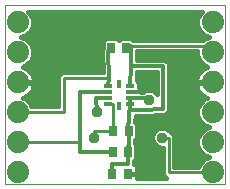
<source format=gtl>
G75*
%MOIN*%
%OFA0B0*%
%FSLAX24Y24*%
%IPPOS*%
%LPD*%
%AMOC8*
5,1,8,0,0,1.08239X$1,22.5*
%
%ADD10C,0.0000*%
%ADD11R,0.0276X0.0354*%
%ADD12R,0.0118X0.0315*%
%ADD13R,0.0315X0.0118*%
%ADD14C,0.0740*%
%ADD15C,0.0160*%
%ADD16C,0.0376*%
%ADD17C,0.0120*%
%ADD18C,0.0100*%
D10*
X001098Y000598D02*
X001098Y006594D01*
X008404Y006591D01*
X008404Y000598D01*
X001098Y000598D01*
D11*
X004665Y000949D03*
X005177Y000949D03*
X005185Y001685D03*
X004673Y001685D03*
X004689Y002374D03*
X005201Y002374D03*
X005126Y005150D03*
X004614Y005150D03*
D12*
X004890Y003957D03*
X004890Y003209D03*
D13*
X005264Y003287D03*
X005264Y003484D03*
X005264Y003681D03*
X005264Y003878D03*
X004516Y003878D03*
X004516Y003681D03*
X004516Y003484D03*
X004516Y003287D03*
D14*
X001500Y003000D03*
X001500Y004000D03*
X001500Y005000D03*
X001500Y006000D03*
X001500Y002000D03*
X001500Y001000D03*
X008000Y001000D03*
X008000Y002000D03*
X008000Y003000D03*
X008000Y004000D03*
X008000Y005000D03*
X008000Y006000D03*
D15*
X007640Y006361D02*
X007568Y006289D01*
X007490Y006101D01*
X007490Y005899D01*
X007568Y005711D01*
X007711Y005568D01*
X007874Y005500D01*
X007711Y005432D01*
X007693Y005414D01*
X005376Y005414D01*
X005366Y005424D01*
X005364Y005424D01*
X005322Y005467D01*
X004930Y005467D01*
X004870Y005407D01*
X004810Y005467D01*
X004418Y005467D01*
X004336Y005385D01*
X004336Y005155D01*
X004324Y005142D01*
X004324Y005140D01*
X004323Y005139D01*
X004324Y005058D01*
X004324Y004976D01*
X004325Y004975D01*
X004333Y004351D01*
X003052Y004351D01*
X002974Y004352D01*
X002974Y004351D01*
X002972Y004351D01*
X002918Y004296D01*
X002862Y004242D01*
X002862Y004241D01*
X002861Y004240D01*
X002861Y004162D01*
X002851Y003198D01*
X001970Y003198D01*
X001932Y003289D01*
X001789Y003432D01*
X001676Y003479D01*
X001711Y003490D01*
X001788Y003530D01*
X001858Y003580D01*
X001920Y003642D01*
X001970Y003712D01*
X002010Y003789D01*
X002036Y003871D01*
X002050Y003957D01*
X002050Y003980D01*
X001520Y003980D01*
X001520Y004020D01*
X002050Y004020D01*
X002050Y004043D01*
X002036Y004129D01*
X002010Y004211D01*
X001970Y004288D01*
X001920Y004358D01*
X001858Y004420D01*
X001788Y004470D01*
X001711Y004510D01*
X001676Y004521D01*
X001789Y004568D01*
X001932Y004711D01*
X002010Y004899D01*
X002010Y005101D01*
X001932Y005289D01*
X001789Y005432D01*
X001626Y005500D01*
X001789Y005568D01*
X001932Y005711D01*
X002010Y005899D01*
X002010Y006101D01*
X001932Y006289D01*
X001857Y006364D01*
X007640Y006361D01*
X007543Y006230D02*
X001957Y006230D01*
X002010Y006072D02*
X007490Y006072D01*
X007490Y005913D02*
X002010Y005913D01*
X001950Y005755D02*
X007550Y005755D01*
X007683Y005596D02*
X001817Y005596D01*
X001776Y005438D02*
X004389Y005438D01*
X004336Y005279D02*
X001936Y005279D01*
X002002Y005121D02*
X004323Y005121D01*
X004325Y004962D02*
X002010Y004962D01*
X001971Y004804D02*
X004327Y004804D01*
X004329Y004645D02*
X001866Y004645D01*
X001756Y004487D02*
X004331Y004487D01*
X004839Y005438D02*
X004901Y005438D01*
X005351Y005438D02*
X007724Y005438D01*
X007490Y005034D02*
X007490Y004899D01*
X007568Y004711D01*
X007711Y004568D01*
X007824Y004521D01*
X007789Y004510D01*
X007712Y004470D01*
X007642Y004420D01*
X007580Y004358D01*
X007530Y004288D01*
X007490Y004211D01*
X007464Y004129D01*
X007450Y004043D01*
X007450Y004020D01*
X007980Y004020D01*
X007980Y003980D01*
X007450Y003980D01*
X007450Y003957D01*
X007464Y003871D01*
X007490Y003789D01*
X007530Y003712D01*
X007580Y003642D01*
X007642Y003580D01*
X007712Y003530D01*
X007789Y003490D01*
X007824Y003479D01*
X007711Y003432D01*
X007568Y003289D01*
X007490Y003101D01*
X007490Y002899D01*
X007568Y002711D01*
X007711Y002568D01*
X007874Y002500D01*
X007711Y002432D01*
X007568Y002289D01*
X007490Y002101D01*
X007490Y001899D01*
X007568Y001711D01*
X007711Y001568D01*
X007874Y001500D01*
X007711Y001432D01*
X007568Y001289D01*
X007527Y001190D01*
X006729Y001190D01*
X006729Y002146D01*
X006732Y002221D01*
X006729Y002224D01*
X006729Y002228D01*
X006676Y002282D01*
X006625Y002337D01*
X006621Y002337D01*
X006618Y002340D01*
X006603Y002340D01*
X006601Y002343D01*
X006509Y002436D01*
X006388Y002486D01*
X006258Y002486D01*
X006137Y002436D01*
X006045Y002343D01*
X005995Y002223D01*
X005995Y002092D01*
X006045Y001972D01*
X006137Y001879D01*
X006258Y001829D01*
X006349Y001829D01*
X006349Y000921D01*
X006442Y000828D01*
X005495Y000828D01*
X005495Y000949D01*
X005495Y001150D01*
X005483Y001195D01*
X005459Y001237D01*
X005425Y001270D01*
X005384Y001294D01*
X005378Y001296D01*
X005379Y001368D01*
X005381Y001368D01*
X005463Y001450D01*
X005463Y001920D01*
X005410Y001973D01*
X005409Y002003D01*
X005414Y002074D01*
X005479Y002139D01*
X005479Y002609D01*
X005417Y002671D01*
X005434Y002894D01*
X005596Y002894D01*
X005598Y002893D01*
X005679Y002894D01*
X005760Y002894D01*
X005761Y002896D01*
X006344Y002906D01*
X006425Y002906D01*
X006427Y002908D01*
X006429Y002908D01*
X006485Y002966D01*
X006543Y003023D01*
X006543Y003026D01*
X006544Y003027D01*
X006543Y003108D01*
X006543Y004646D01*
X006425Y004763D01*
X005483Y004763D01*
X005483Y005034D01*
X007490Y005034D01*
X007490Y004962D02*
X005483Y004962D01*
X005483Y004804D02*
X007529Y004804D01*
X007634Y004645D02*
X006543Y004645D01*
X006543Y004487D02*
X007744Y004487D01*
X007559Y004328D02*
X006543Y004328D01*
X006543Y004170D02*
X007477Y004170D01*
X007470Y003853D02*
X006543Y003853D01*
X006543Y003694D02*
X007542Y003694D01*
X007703Y003536D02*
X006543Y003536D01*
X006543Y003377D02*
X007656Y003377D01*
X007539Y003219D02*
X006543Y003219D01*
X006543Y003060D02*
X007490Y003060D01*
X007490Y002902D02*
X006085Y002902D01*
X006128Y002426D02*
X005479Y002426D01*
X005479Y002585D02*
X007694Y002585D01*
X007705Y002426D02*
X006518Y002426D01*
X006690Y002268D02*
X007559Y002268D01*
X007493Y002109D02*
X006729Y002109D01*
X006729Y001951D02*
X007490Y001951D01*
X007534Y001792D02*
X006729Y001792D01*
X006729Y001634D02*
X007645Y001634D01*
X007815Y001475D02*
X006729Y001475D01*
X006729Y001317D02*
X007595Y001317D01*
X006429Y000841D02*
X005495Y000841D01*
X005495Y000949D02*
X005177Y000949D01*
X005495Y000949D01*
X005495Y001000D02*
X006349Y001000D01*
X006349Y001158D02*
X005493Y001158D01*
X005378Y001317D02*
X006349Y001317D01*
X006349Y001475D02*
X005463Y001475D01*
X005463Y001634D02*
X006349Y001634D01*
X006349Y001792D02*
X005463Y001792D01*
X005432Y001951D02*
X006066Y001951D01*
X005995Y002109D02*
X005449Y002109D01*
X005479Y002268D02*
X006013Y002268D01*
X005423Y002743D02*
X007554Y002743D01*
X006143Y003625D02*
X006064Y003703D01*
X005943Y003753D01*
X005813Y003753D01*
X005692Y003703D01*
X005673Y003684D01*
X005601Y003684D01*
X005601Y003764D01*
X005589Y003810D01*
X005565Y003851D01*
X005561Y003855D01*
X005561Y003995D01*
X005479Y004077D01*
X005470Y004077D01*
X005478Y004363D01*
X006143Y004363D01*
X006143Y003625D01*
X006143Y003694D02*
X006073Y003694D01*
X006143Y003853D02*
X005563Y003853D01*
X005601Y003694D02*
X005683Y003694D01*
X005545Y004011D02*
X006143Y004011D01*
X006143Y004170D02*
X005472Y004170D01*
X005477Y004328D02*
X006143Y004328D01*
X006543Y004011D02*
X007980Y004011D01*
X005177Y000949D02*
X005177Y000949D01*
X002852Y003219D02*
X001961Y003219D01*
X001844Y003377D02*
X002853Y003377D01*
X002855Y003536D02*
X001797Y003536D01*
X001958Y003694D02*
X002856Y003694D01*
X002858Y003853D02*
X002030Y003853D01*
X002023Y004170D02*
X002861Y004170D01*
X002860Y004011D02*
X001520Y004011D01*
X001941Y004328D02*
X002949Y004328D01*
D16*
X002551Y004106D03*
X004142Y003000D03*
X004063Y002150D03*
X005878Y003425D03*
X005898Y004165D03*
X007008Y004020D03*
X006323Y002157D03*
X002594Y005740D03*
D17*
X004524Y005059D02*
X004535Y004161D01*
X004516Y003878D01*
X004516Y003681D02*
X004094Y003685D01*
X003579Y003693D01*
X003587Y001681D01*
X004673Y001685D01*
X004661Y001268D02*
X005177Y001268D01*
X005189Y001878D01*
X005185Y001685D01*
X005209Y002008D01*
X005197Y002417D01*
X005201Y002374D01*
X005197Y002417D02*
X005264Y003287D01*
X005264Y003484D01*
X005866Y003484D01*
X005878Y003425D01*
X005606Y003685D02*
X005898Y004165D01*
X006343Y004563D02*
X005283Y004563D01*
X005264Y003878D01*
X005264Y003681D02*
X005606Y003685D01*
X005264Y003287D02*
X005264Y003094D01*
X005677Y003094D01*
X006343Y003106D01*
X006343Y004563D01*
X005283Y004563D02*
X005283Y005224D01*
X005213Y005209D01*
X005126Y005150D01*
X004614Y005150D02*
X004524Y005059D01*
X004516Y003484D02*
X004126Y003484D01*
X004142Y003000D01*
X004661Y001268D02*
X004665Y000949D01*
D18*
X003587Y001681D02*
X003587Y002000D01*
X001500Y002000D01*
X001500Y003000D02*
X001488Y003008D01*
X003039Y003008D01*
X003051Y004161D01*
X004535Y004161D01*
X004516Y003287D02*
X004689Y003295D01*
X004689Y002374D01*
X004043Y002374D01*
X004063Y002150D01*
X003587Y002138D02*
X003587Y002000D01*
X006323Y002157D02*
X006539Y002150D01*
X006539Y001000D01*
X008000Y001000D01*
X008000Y005000D02*
X007996Y005000D01*
X007996Y005224D01*
X005283Y005224D01*
M02*

</source>
